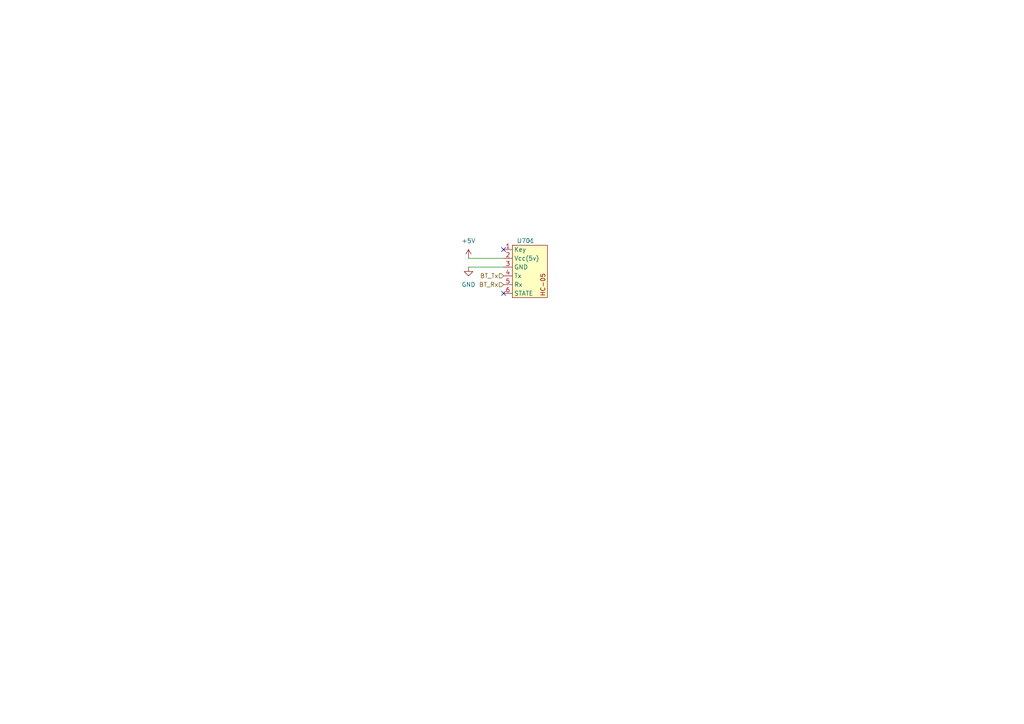
<source format=kicad_sch>
(kicad_sch (version 20230121) (generator eeschema)

  (uuid 07002817-0712-4aeb-b2cb-17c14c02594b)

  (paper "A4")

  (lib_symbols
    (symbol "composants_chat_souris:HC-05" (in_bom yes) (on_board yes)
      (property "Reference" "U" (at 0 8.89 0)
        (effects (font (size 1.27 1.27)))
      )
      (property "Value" "" (at 0 8.89 0)
        (effects (font (size 1.27 1.27)))
      )
      (property "Footprint" "" (at 0 8.89 0)
        (effects (font (size 1.27 1.27)) hide)
      )
      (property "Datasheet" "" (at 0 8.89 0)
        (effects (font (size 1.27 1.27)) hide)
      )
      (symbol "HC-05_1_1"
        (rectangle (start -5.08 7.62) (end 5.08 -7.62)
          (stroke (width 0) (type default))
          (fill (type background))
        )
        (text "HC-05\n" (at 3.81 -3.81 900)
          (effects (font (size 1.27 1.27)))
        )
        (pin bidirectional line (at -7.62 6.35 0) (length 2.54)
          (name "Key" (effects (font (size 1.27 1.27))))
          (number "1" (effects (font (size 1.27 1.27))))
        )
        (pin power_in line (at -7.62 3.81 0) (length 2.54)
          (name "Vcc(5v)" (effects (font (size 1.27 1.27))))
          (number "2" (effects (font (size 1.27 1.27))))
        )
        (pin power_in line (at -7.62 1.27 0) (length 2.54)
          (name "GND" (effects (font (size 1.27 1.27))))
          (number "3" (effects (font (size 1.27 1.27))))
        )
        (pin output line (at -7.62 -1.27 0) (length 2.54)
          (name "Tx" (effects (font (size 1.27 1.27))))
          (number "4" (effects (font (size 1.27 1.27))))
        )
        (pin input line (at -7.62 -3.81 0) (length 2.54)
          (name "Rx" (effects (font (size 1.27 1.27))))
          (number "5" (effects (font (size 1.27 1.27))))
        )
        (pin output line (at -7.62 -6.35 0) (length 2.54)
          (name "STATE" (effects (font (size 1.27 1.27))))
          (number "6" (effects (font (size 1.27 1.27))))
        )
      )
    )
    (symbol "power:+5V" (power) (pin_names (offset 0)) (in_bom yes) (on_board yes)
      (property "Reference" "#PWR" (at 0 -3.81 0)
        (effects (font (size 1.27 1.27)) hide)
      )
      (property "Value" "+5V" (at 0 3.556 0)
        (effects (font (size 1.27 1.27)))
      )
      (property "Footprint" "" (at 0 0 0)
        (effects (font (size 1.27 1.27)) hide)
      )
      (property "Datasheet" "" (at 0 0 0)
        (effects (font (size 1.27 1.27)) hide)
      )
      (property "ki_keywords" "global power" (at 0 0 0)
        (effects (font (size 1.27 1.27)) hide)
      )
      (property "ki_description" "Power symbol creates a global label with name \"+5V\"" (at 0 0 0)
        (effects (font (size 1.27 1.27)) hide)
      )
      (symbol "+5V_0_1"
        (polyline
          (pts
            (xy -0.762 1.27)
            (xy 0 2.54)
          )
          (stroke (width 0) (type default))
          (fill (type none))
        )
        (polyline
          (pts
            (xy 0 0)
            (xy 0 2.54)
          )
          (stroke (width 0) (type default))
          (fill (type none))
        )
        (polyline
          (pts
            (xy 0 2.54)
            (xy 0.762 1.27)
          )
          (stroke (width 0) (type default))
          (fill (type none))
        )
      )
      (symbol "+5V_1_1"
        (pin power_in line (at 0 0 90) (length 0) hide
          (name "+5V" (effects (font (size 1.27 1.27))))
          (number "1" (effects (font (size 1.27 1.27))))
        )
      )
    )
    (symbol "power:GND" (power) (pin_names (offset 0)) (in_bom yes) (on_board yes)
      (property "Reference" "#PWR" (at 0 -6.35 0)
        (effects (font (size 1.27 1.27)) hide)
      )
      (property "Value" "GND" (at 0 -3.81 0)
        (effects (font (size 1.27 1.27)))
      )
      (property "Footprint" "" (at 0 0 0)
        (effects (font (size 1.27 1.27)) hide)
      )
      (property "Datasheet" "" (at 0 0 0)
        (effects (font (size 1.27 1.27)) hide)
      )
      (property "ki_keywords" "global power" (at 0 0 0)
        (effects (font (size 1.27 1.27)) hide)
      )
      (property "ki_description" "Power symbol creates a global label with name \"GND\" , ground" (at 0 0 0)
        (effects (font (size 1.27 1.27)) hide)
      )
      (symbol "GND_0_1"
        (polyline
          (pts
            (xy 0 0)
            (xy 0 -1.27)
            (xy 1.27 -1.27)
            (xy 0 -2.54)
            (xy -1.27 -1.27)
            (xy 0 -1.27)
          )
          (stroke (width 0) (type default))
          (fill (type none))
        )
      )
      (symbol "GND_1_1"
        (pin power_in line (at 0 0 270) (length 0) hide
          (name "GND" (effects (font (size 1.27 1.27))))
          (number "1" (effects (font (size 1.27 1.27))))
        )
      )
    )
  )


  (no_connect (at 146.05 85.09) (uuid 9dd67468-a92c-4e25-ae28-6bf93b3a930b))
  (no_connect (at 146.05 72.39) (uuid a4356005-5bbf-4fec-989c-a68060fd97f6))

  (wire (pts (xy 135.89 77.47) (xy 146.05 77.47))
    (stroke (width 0) (type default))
    (uuid 31076e8d-5781-489f-83c7-fede6fd706cd)
  )
  (wire (pts (xy 135.89 74.93) (xy 146.05 74.93))
    (stroke (width 0) (type default))
    (uuid b0a02dd6-7439-4040-aee6-39144c1e9076)
  )

  (hierarchical_label "BT_Tx" (shape input) (at 146.05 80.01 180) (fields_autoplaced)
    (effects (font (size 1.27 1.27)) (justify right))
    (uuid 72c22047-3205-4c9c-bd10-e69eedc5423f)
  )
  (hierarchical_label "BT_Rx" (shape input) (at 146.05 82.55 180) (fields_autoplaced)
    (effects (font (size 1.27 1.27)) (justify right))
    (uuid e58eb5d0-eefb-4f2e-b99d-41c6c1914758)
  )

  (symbol (lib_id "power:GND") (at 135.89 77.47 0) (unit 1)
    (in_bom yes) (on_board yes) (dnp no) (fields_autoplaced)
    (uuid 95323f74-1363-49a2-a239-1d2ea5ad1b2d)
    (property "Reference" "#PWR0702" (at 135.89 83.82 0)
      (effects (font (size 1.27 1.27)) hide)
    )
    (property "Value" "GND" (at 135.89 82.55 0)
      (effects (font (size 1.27 1.27)))
    )
    (property "Footprint" "" (at 135.89 77.47 0)
      (effects (font (size 1.27 1.27)) hide)
    )
    (property "Datasheet" "" (at 135.89 77.47 0)
      (effects (font (size 1.27 1.27)) hide)
    )
    (pin "1" (uuid f61e560c-fc83-44c1-ab98-6d416c943251))
    (instances
      (project "kicad_chat-souris"
        (path "/b1ddc66d-dbe7-4cff-b97f-1f0ce7ceeee4/63d1225e-ee83-4c5c-82ff-c6e9c57c2395"
          (reference "#PWR0702") (unit 1)
        )
      )
    )
  )

  (symbol (lib_id "power:+5V") (at 135.89 74.93 0) (unit 1)
    (in_bom yes) (on_board yes) (dnp no) (fields_autoplaced)
    (uuid 979798e2-f408-4e68-b4bc-b71ef9224ff6)
    (property "Reference" "#PWR0701" (at 135.89 78.74 0)
      (effects (font (size 1.27 1.27)) hide)
    )
    (property "Value" "+5V" (at 135.89 69.85 0)
      (effects (font (size 1.27 1.27)))
    )
    (property "Footprint" "" (at 135.89 74.93 0)
      (effects (font (size 1.27 1.27)) hide)
    )
    (property "Datasheet" "" (at 135.89 74.93 0)
      (effects (font (size 1.27 1.27)) hide)
    )
    (pin "1" (uuid 0e0a83ea-d6ea-4a6e-b4d6-ad21f3292e63))
    (instances
      (project "kicad_chat-souris"
        (path "/b1ddc66d-dbe7-4cff-b97f-1f0ce7ceeee4/63d1225e-ee83-4c5c-82ff-c6e9c57c2395"
          (reference "#PWR0701") (unit 1)
        )
      )
    )
  )

  (symbol (lib_id "composants_chat_souris:HC-05") (at 153.67 78.74 0) (unit 1)
    (in_bom yes) (on_board yes) (dnp no)
    (uuid 9a012e0b-82a8-4635-a9a4-ffc0a31b8ebb)
    (property "Reference" "U701" (at 149.86 69.85 0)
      (effects (font (size 1.27 1.27)) (justify left))
    )
    (property "Value" "~" (at 153.67 69.85 0)
      (effects (font (size 1.27 1.27)))
    )
    (property "Footprint" "" (at 153.67 69.85 0)
      (effects (font (size 1.27 1.27)) hide)
    )
    (property "Datasheet" "" (at 153.67 69.85 0)
      (effects (font (size 1.27 1.27)) hide)
    )
    (pin "1" (uuid 5f3e0597-ff89-4943-993e-5376e9e32c43))
    (pin "2" (uuid f4463543-7318-46b7-b22e-4f0801ac9ae7))
    (pin "3" (uuid 726f3553-3e29-41ce-b44b-9bfe818f4b82))
    (pin "4" (uuid 95de0962-1868-4db6-8c3d-636b323d4c4f))
    (pin "5" (uuid 7a578b78-3ca2-4b0f-b1e9-c2cbaf56d3b5))
    (pin "6" (uuid 95fac5a5-43a3-4bfe-a291-c8f253212d76))
    (instances
      (project "kicad_chat-souris"
        (path "/b1ddc66d-dbe7-4cff-b97f-1f0ce7ceeee4/63d1225e-ee83-4c5c-82ff-c6e9c57c2395"
          (reference "U701") (unit 1)
        )
      )
    )
  )
)

</source>
